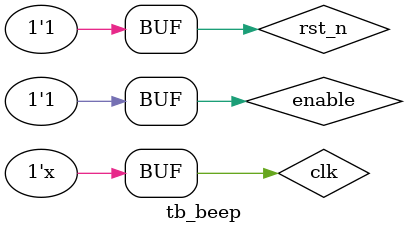
<source format=v>
`timescale 1ns / 1ps


module tb_beep();
reg clk;
reg rst_n;
reg enable;
wire output_beep;
//·ÂÕæµ÷ÊÔ
initial begin
clk=1'b1;
enable=1'b1;
rst_n<=1'b0;
#20
rst_n<=1'b1;

end
always #10 clk=~clk;

beep_The_East_Is_Red
#(
.time_1s(9'd49_9),
.time_500ms(9'd24_9),
.DO (8'd190),
.RE (8'd170),
.MI (8'd151),
.FA (8'd143),
.SO (8'd127),
.LA (8'd113),
.XI (8'd101),
.DOO(8'd95)
)u_beep
(
. clk(clk),
. rst_n(rst_n),
. enable(enable),
. beep (beep)   
    );
endmodule

</source>
